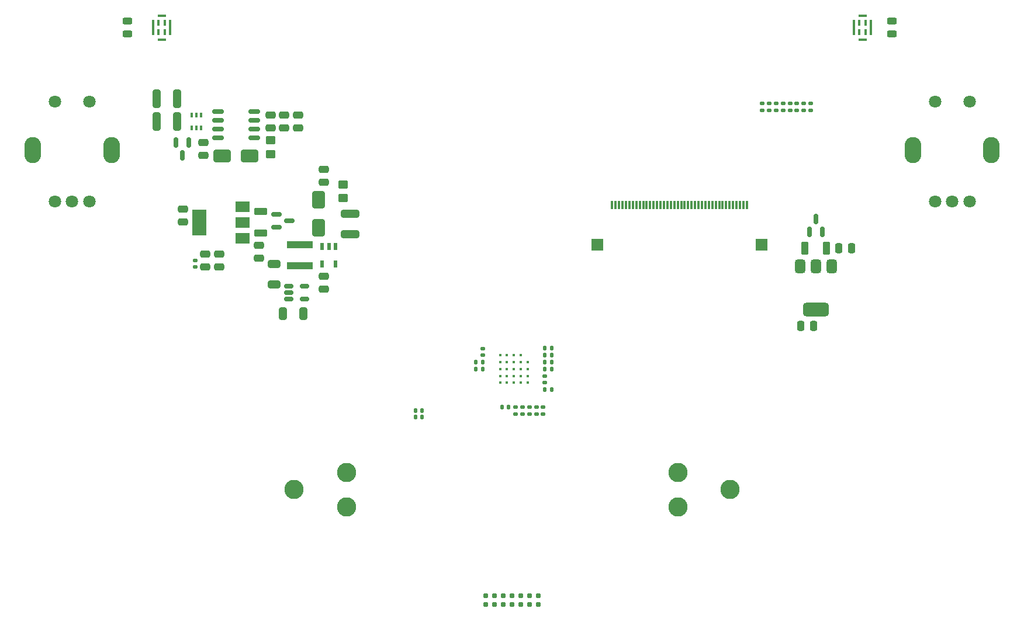
<source format=gbr>
%TF.GenerationSoftware,KiCad,Pcbnew,8.0.5*%
%TF.CreationDate,2024-09-23T14:15:02+02:00*%
%TF.ProjectId,KLST_PANDA,4b4c5354-5f50-4414-9e44-412e6b696361,rev?*%
%TF.SameCoordinates,Original*%
%TF.FileFunction,Paste,Bot*%
%TF.FilePolarity,Positive*%
%FSLAX46Y46*%
G04 Gerber Fmt 4.6, Leading zero omitted, Abs format (unit mm)*
G04 Created by KiCad (PCBNEW 8.0.5) date 2024-09-23 14:15:02*
%MOMM*%
%LPD*%
G01*
G04 APERTURE LIST*
G04 Aperture macros list*
%AMRoundRect*
0 Rectangle with rounded corners*
0 $1 Rounding radius*
0 $2 $3 $4 $5 $6 $7 $8 $9 X,Y pos of 4 corners*
0 Add a 4 corners polygon primitive as box body*
4,1,4,$2,$3,$4,$5,$6,$7,$8,$9,$2,$3,0*
0 Add four circle primitives for the rounded corners*
1,1,$1+$1,$2,$3*
1,1,$1+$1,$4,$5*
1,1,$1+$1,$6,$7*
1,1,$1+$1,$8,$9*
0 Add four rect primitives between the rounded corners*
20,1,$1+$1,$2,$3,$4,$5,0*
20,1,$1+$1,$4,$5,$6,$7,0*
20,1,$1+$1,$6,$7,$8,$9,0*
20,1,$1+$1,$8,$9,$2,$3,0*%
G04 Aperture macros list end*
%ADD10C,2.800000*%
%ADD11RoundRect,0.250000X-0.475000X0.250000X-0.475000X-0.250000X0.475000X-0.250000X0.475000X0.250000X0*%
%ADD12C,0.370000*%
%ADD13RoundRect,0.250000X0.275000X0.700000X-0.275000X0.700000X-0.275000X-0.700000X0.275000X-0.700000X0*%
%ADD14RoundRect,0.150000X-0.587500X-0.150000X0.587500X-0.150000X0.587500X0.150000X-0.587500X0.150000X0*%
%ADD15RoundRect,0.243750X-0.456250X0.243750X-0.456250X-0.243750X0.456250X-0.243750X0.456250X0.243750X0*%
%ADD16RoundRect,0.243750X0.456250X-0.243750X0.456250X0.243750X-0.456250X0.243750X-0.456250X-0.243750X0*%
%ADD17RoundRect,0.150000X-0.675000X-0.150000X0.675000X-0.150000X0.675000X0.150000X-0.675000X0.150000X0*%
%ADD18RoundRect,0.250000X0.475000X-0.250000X0.475000X0.250000X-0.475000X0.250000X-0.475000X-0.250000X0*%
%ADD19RoundRect,0.250000X0.325000X0.650000X-0.325000X0.650000X-0.325000X-0.650000X0.325000X-0.650000X0*%
%ADD20RoundRect,0.135000X0.135000X0.185000X-0.135000X0.185000X-0.135000X-0.185000X0.135000X-0.185000X0*%
%ADD21R,0.406400X0.939800*%
%ADD22R,0.355600X2.311400*%
%ADD23R,1.295400X0.355600*%
%ADD24RoundRect,0.135000X-0.185000X0.135000X-0.185000X-0.135000X0.185000X-0.135000X0.185000X0.135000X0*%
%ADD25RoundRect,0.250000X-1.000000X-0.650000X1.000000X-0.650000X1.000000X0.650000X-1.000000X0.650000X0*%
%ADD26RoundRect,0.250000X-0.650000X1.000000X-0.650000X-1.000000X0.650000X-1.000000X0.650000X1.000000X0*%
%ADD27R,0.550000X1.050000*%
%ADD28RoundRect,0.135000X-0.135000X-0.185000X0.135000X-0.185000X0.135000X0.185000X-0.135000X0.185000X0*%
%ADD29RoundRect,0.140000X0.170000X-0.140000X0.170000X0.140000X-0.170000X0.140000X-0.170000X-0.140000X0*%
%ADD30RoundRect,0.140000X-0.170000X0.140000X-0.170000X-0.140000X0.170000X-0.140000X0.170000X0.140000X0*%
%ADD31RoundRect,0.250000X0.250000X0.475000X-0.250000X0.475000X-0.250000X-0.475000X0.250000X-0.475000X0*%
%ADD32O,2.400000X3.800000*%
%ADD33C,1.800000*%
%ADD34C,0.787000*%
%ADD35R,0.300000X1.300000*%
%ADD36R,1.800000X1.800000*%
%ADD37RoundRect,0.140000X0.140000X0.170000X-0.140000X0.170000X-0.140000X-0.170000X0.140000X-0.170000X0*%
%ADD38RoundRect,0.250000X-0.250000X-0.475000X0.250000X-0.475000X0.250000X0.475000X-0.250000X0.475000X0*%
%ADD39RoundRect,0.147500X-0.172500X0.147500X-0.172500X-0.147500X0.172500X-0.147500X0.172500X0.147500X0*%
%ADD40RoundRect,0.135000X0.185000X-0.135000X0.185000X0.135000X-0.185000X0.135000X-0.185000X-0.135000X0*%
%ADD41RoundRect,0.150000X0.150000X-0.587500X0.150000X0.587500X-0.150000X0.587500X-0.150000X-0.587500X0*%
%ADD42RoundRect,0.250000X-0.312500X-1.075000X0.312500X-1.075000X0.312500X1.075000X-0.312500X1.075000X0*%
%ADD43RoundRect,0.250000X-1.075000X0.312500X-1.075000X-0.312500X1.075000X-0.312500X1.075000X0.312500X0*%
%ADD44RoundRect,0.250000X0.450000X-0.350000X0.450000X0.350000X-0.450000X0.350000X-0.450000X-0.350000X0*%
%ADD45R,3.700000X1.100000*%
%ADD46R,2.000000X1.500000*%
%ADD47R,2.000000X3.800000*%
%ADD48R,0.400000X0.650000*%
%ADD49RoundRect,0.150000X-0.512500X-0.150000X0.512500X-0.150000X0.512500X0.150000X-0.512500X0.150000X0*%
%ADD50RoundRect,0.375000X-0.375000X0.625000X-0.375000X-0.625000X0.375000X-0.625000X0.375000X0.625000X0*%
%ADD51RoundRect,0.500000X-1.400000X0.500000X-1.400000X-0.500000X1.400000X-0.500000X1.400000X0.500000X0*%
%ADD52RoundRect,0.250000X0.650000X-0.325000X0.650000X0.325000X-0.650000X0.325000X-0.650000X-0.325000X0*%
%ADD53RoundRect,0.150000X-0.150000X0.587500X-0.150000X-0.587500X0.150000X-0.587500X0.150000X0.587500X0*%
%ADD54RoundRect,0.250000X0.700000X-0.275000X0.700000X0.275000X-0.700000X0.275000X-0.700000X-0.275000X0*%
G04 APERTURE END LIST*
D10*
%TO.C,J4*%
X155850000Y-121500000D03*
X148251000Y-124000000D03*
X148250000Y-119000000D03*
%TD*%
%TO.C,J3*%
X92650000Y-121500000D03*
X100249000Y-119000000D03*
X100250000Y-124000000D03*
%TD*%
D11*
%TO.C,C1*%
X87555000Y-86050000D03*
X87555000Y-87950000D03*
%TD*%
D12*
%TO.C,U12*%
X125500000Y-102000000D03*
X124500000Y-102000000D03*
X123500000Y-102000000D03*
X122500000Y-102000000D03*
X126500000Y-103000000D03*
X125500000Y-103000000D03*
X124500000Y-103000000D03*
X123500000Y-103000000D03*
X122500000Y-103000000D03*
X126500000Y-104000000D03*
X125500000Y-104000000D03*
X124500000Y-104000000D03*
X123500000Y-104000000D03*
X122500000Y-104000000D03*
X126500000Y-105000000D03*
X125500000Y-105000000D03*
X124500000Y-105000000D03*
X123500000Y-105000000D03*
X122500000Y-105000000D03*
X126500000Y-106000000D03*
X125500000Y-106000000D03*
X124500000Y-106000000D03*
X123500000Y-106000000D03*
X122500000Y-106000000D03*
%TD*%
D13*
%TO.C,FB4*%
X169825000Y-86500000D03*
X166675000Y-86500000D03*
%TD*%
D14*
%TO.C,Q1*%
X90117500Y-83450000D03*
X90117500Y-81550000D03*
X91992500Y-82500000D03*
%TD*%
D15*
%TO.C,D1*%
X179250000Y-53562500D03*
X179250000Y-55437500D03*
%TD*%
D16*
%TO.C,D2*%
X68500000Y-55437500D03*
X68500000Y-53562500D03*
%TD*%
D17*
%TO.C,U4*%
X81625000Y-70504949D03*
X81625000Y-69234949D03*
X81625000Y-67964949D03*
X81625000Y-66694949D03*
X86875000Y-66694949D03*
X86875000Y-67964949D03*
X86875000Y-69234949D03*
X86875000Y-70504949D03*
%TD*%
D18*
%TO.C,C31*%
X97000000Y-76950000D03*
X97000000Y-75050000D03*
%TD*%
D19*
%TO.C,C47*%
X94000000Y-95982483D03*
X91050000Y-95982483D03*
%TD*%
D20*
%TO.C,R60*%
X130010000Y-102000000D03*
X128990000Y-102000000D03*
%TD*%
D21*
%TO.C,U11*%
X73949999Y-53825000D03*
X73949999Y-55175000D03*
X73050001Y-55175000D03*
X73050001Y-53825000D03*
D22*
X74725000Y-54500000D03*
D23*
X73500000Y-56225000D03*
X73500000Y-52775000D03*
D22*
X72275000Y-54500000D03*
%TD*%
D21*
%TO.C,U10*%
X175449999Y-53825000D03*
X175449999Y-55175000D03*
X174550001Y-55175000D03*
X174550001Y-53825000D03*
D22*
X176225000Y-54500000D03*
D23*
X175000000Y-56225000D03*
X175000000Y-52775000D03*
D22*
X173775000Y-54500000D03*
%TD*%
D24*
%TO.C,R68*%
X124750000Y-109490000D03*
X124750000Y-110510000D03*
%TD*%
D25*
%TO.C,D7*%
X82250000Y-73099949D03*
X86250000Y-73099949D03*
%TD*%
D26*
%TO.C,D4*%
X96250000Y-79500000D03*
X96250000Y-83500000D03*
%TD*%
D24*
%TO.C,R17*%
X161500000Y-65490000D03*
X161500000Y-66510000D03*
%TD*%
D27*
%TO.C,U3*%
X96750000Y-86200000D03*
X97700000Y-86200000D03*
X98650000Y-86200000D03*
X98650000Y-88800000D03*
X96750000Y-88800000D03*
%TD*%
D28*
%TO.C,R65*%
X128990000Y-104000000D03*
X130010000Y-104000000D03*
%TD*%
D29*
%TO.C,C56*%
X129000000Y-105980000D03*
X129000000Y-105020000D03*
%TD*%
D28*
%TO.C,R64*%
X128990000Y-103000000D03*
X130010000Y-103000000D03*
%TD*%
D30*
%TO.C,C30*%
X160500000Y-65520000D03*
X160500000Y-66480000D03*
%TD*%
D28*
%TO.C,R63*%
X128990000Y-101000000D03*
X130010000Y-101000000D03*
%TD*%
D31*
%TO.C,C89*%
X167950000Y-97750000D03*
X166050000Y-97750000D03*
%TD*%
D32*
%TO.C,SW5*%
X66200000Y-72250000D03*
X54800000Y-72250000D03*
D33*
X63000000Y-79750000D03*
X58000000Y-79750000D03*
X60500000Y-79750000D03*
X63000000Y-65250000D03*
X58000000Y-65250000D03*
%TD*%
D34*
%TO.C,J15*%
X128060000Y-138135000D03*
X126790000Y-138135000D03*
X125520000Y-138135000D03*
X124250000Y-138135000D03*
X122980000Y-138135000D03*
X121710000Y-138135000D03*
X120440000Y-138135000D03*
X120440000Y-136865000D03*
X121710000Y-136865000D03*
X122980000Y-136865000D03*
X124250000Y-136865000D03*
X125520000Y-136865000D03*
X126790000Y-136865000D03*
X128060000Y-136865000D03*
%TD*%
D18*
%TO.C,C3*%
X79805000Y-89200000D03*
X79805000Y-87300000D03*
%TD*%
D24*
%TO.C,R69*%
X128750000Y-109490000D03*
X128750000Y-110510000D03*
%TD*%
D35*
%TO.C,J2*%
X158250000Y-80250000D03*
X157750000Y-80250000D03*
X157250000Y-80250000D03*
X156750000Y-80250000D03*
X156250000Y-80250000D03*
X155750000Y-80250000D03*
X155250000Y-80250000D03*
X154750000Y-80250000D03*
X154250000Y-80250000D03*
X153750000Y-80250000D03*
X153250000Y-80250000D03*
X152750000Y-80250000D03*
X152250000Y-80250000D03*
X151750000Y-80250000D03*
X151250000Y-80250000D03*
X150750000Y-80250000D03*
X150250000Y-80250000D03*
X149750000Y-80250000D03*
X149250000Y-80250000D03*
X148750000Y-80250000D03*
X148250000Y-80250000D03*
X147750000Y-80250000D03*
X147250000Y-80250000D03*
X146750000Y-80250000D03*
X146250000Y-80250000D03*
X145750000Y-80250000D03*
X145250000Y-80250000D03*
X144750000Y-80250000D03*
X144250000Y-80250000D03*
X143750000Y-80250000D03*
X143250000Y-80250000D03*
X142750000Y-80250000D03*
X142250000Y-80250000D03*
X141750000Y-80250000D03*
X141250000Y-80250000D03*
X140750000Y-80250000D03*
X140250000Y-80250000D03*
X139750000Y-80250000D03*
X139250000Y-80250000D03*
X138750000Y-80250000D03*
D36*
X160400000Y-86000000D03*
X136600000Y-86000000D03*
%TD*%
D37*
%TO.C,C54*%
X123730000Y-109500000D03*
X122770000Y-109500000D03*
%TD*%
D38*
%TO.C,C88*%
X171550000Y-86500000D03*
X173450000Y-86500000D03*
%TD*%
D24*
%TO.C,R71*%
X126750000Y-109490000D03*
X126750000Y-110510000D03*
%TD*%
D11*
%TO.C,C32*%
X97000000Y-90550000D03*
X97000000Y-92450000D03*
%TD*%
D32*
%TO.C,SW4*%
X193700000Y-72250000D03*
X182300000Y-72250000D03*
D33*
X190500000Y-79750000D03*
X185500000Y-79750000D03*
X188000000Y-79750000D03*
X190500000Y-65250000D03*
X185500000Y-65250000D03*
%TD*%
D29*
%TO.C,C29*%
X164500000Y-66480000D03*
X164500000Y-65520000D03*
%TD*%
D39*
%TO.C,L1*%
X78305000Y-88265000D03*
X78305000Y-89235000D03*
%TD*%
D37*
%TO.C,C7*%
X111230000Y-110000000D03*
X110270000Y-110000000D03*
%TD*%
D40*
%TO.C,R12*%
X167500000Y-66510000D03*
X167500000Y-65490000D03*
%TD*%
D24*
%TO.C,R14*%
X165500000Y-65490000D03*
X165500000Y-66510000D03*
%TD*%
D41*
%TO.C,Q4*%
X169200000Y-84125000D03*
X167300000Y-84125000D03*
X168250000Y-82250000D03*
%TD*%
D42*
%TO.C,R23*%
X72787500Y-64849949D03*
X75712500Y-64849949D03*
%TD*%
D37*
%TO.C,C5*%
X111230000Y-111000000D03*
X110270000Y-111000000D03*
%TD*%
D20*
%TO.C,R67*%
X120010000Y-103000000D03*
X118990000Y-103000000D03*
%TD*%
D11*
%TO.C,C35*%
X79500000Y-71149949D03*
X79500000Y-73049949D03*
%TD*%
%TO.C,C33*%
X89250000Y-67149949D03*
X89250000Y-69049949D03*
%TD*%
D43*
%TO.C,R19*%
X100750000Y-81537500D03*
X100750000Y-84462500D03*
%TD*%
D44*
%TO.C,R22*%
X89250000Y-72849949D03*
X89250000Y-70849949D03*
%TD*%
D45*
%TO.C,L2*%
X93500000Y-86000000D03*
X93500000Y-89000000D03*
%TD*%
D24*
%TO.C,R15*%
X163500000Y-65490000D03*
X163500000Y-66510000D03*
%TD*%
%TO.C,R16*%
X162500000Y-65490000D03*
X162500000Y-66510000D03*
%TD*%
D46*
%TO.C,U1*%
X85205000Y-80450000D03*
X85205000Y-82750000D03*
D47*
X78905000Y-82750000D03*
D46*
X85205000Y-85050000D03*
%TD*%
D29*
%TO.C,C55*%
X120000000Y-101980000D03*
X120000000Y-101020000D03*
%TD*%
D48*
%TO.C,Q2*%
X79150000Y-69049949D03*
X78500000Y-69049949D03*
X77850000Y-69049949D03*
X77850000Y-67149949D03*
X78500000Y-67149949D03*
X79150000Y-67149949D03*
%TD*%
D18*
%TO.C,C4*%
X81805000Y-89200000D03*
X81805000Y-87300000D03*
%TD*%
D49*
%TO.C,U8*%
X91862500Y-93882483D03*
X91862500Y-92932483D03*
X91862500Y-91982483D03*
X94137500Y-91982483D03*
X94137500Y-93882483D03*
%TD*%
D24*
%TO.C,R70*%
X127750000Y-109490000D03*
X127750000Y-110510000D03*
%TD*%
D50*
%TO.C,U14*%
X165950000Y-89100000D03*
X168250000Y-89100000D03*
D51*
X168250000Y-95400000D03*
D50*
X170550000Y-89100000D03*
%TD*%
D44*
%TO.C,R18*%
X99750000Y-79250000D03*
X99750000Y-77250000D03*
%TD*%
D11*
%TO.C,C36*%
X93250000Y-67149949D03*
X93250000Y-69049949D03*
%TD*%
D28*
%TO.C,R66*%
X128990000Y-107000000D03*
X130010000Y-107000000D03*
%TD*%
D40*
%TO.C,R62*%
X125750000Y-110510000D03*
X125750000Y-109490000D03*
%TD*%
D28*
%TO.C,R61*%
X118990000Y-104000000D03*
X120010000Y-104000000D03*
%TD*%
D52*
%TO.C,C48*%
X89750000Y-91707483D03*
X89750000Y-88757483D03*
%TD*%
D11*
%TO.C,C34*%
X91250000Y-67149949D03*
X91250000Y-69049949D03*
%TD*%
D53*
%TO.C,Q3*%
X75550000Y-71162449D03*
X77450000Y-71162449D03*
X76500000Y-73037449D03*
%TD*%
D24*
%TO.C,R13*%
X166500000Y-65490000D03*
X166500000Y-66510000D03*
%TD*%
D42*
%TO.C,R24*%
X72787500Y-68099949D03*
X75712500Y-68099949D03*
%TD*%
D54*
%TO.C,FB1*%
X87805000Y-84325000D03*
X87805000Y-81175000D03*
%TD*%
D18*
%TO.C,C2*%
X76555000Y-82700000D03*
X76555000Y-80800000D03*
%TD*%
M02*

</source>
